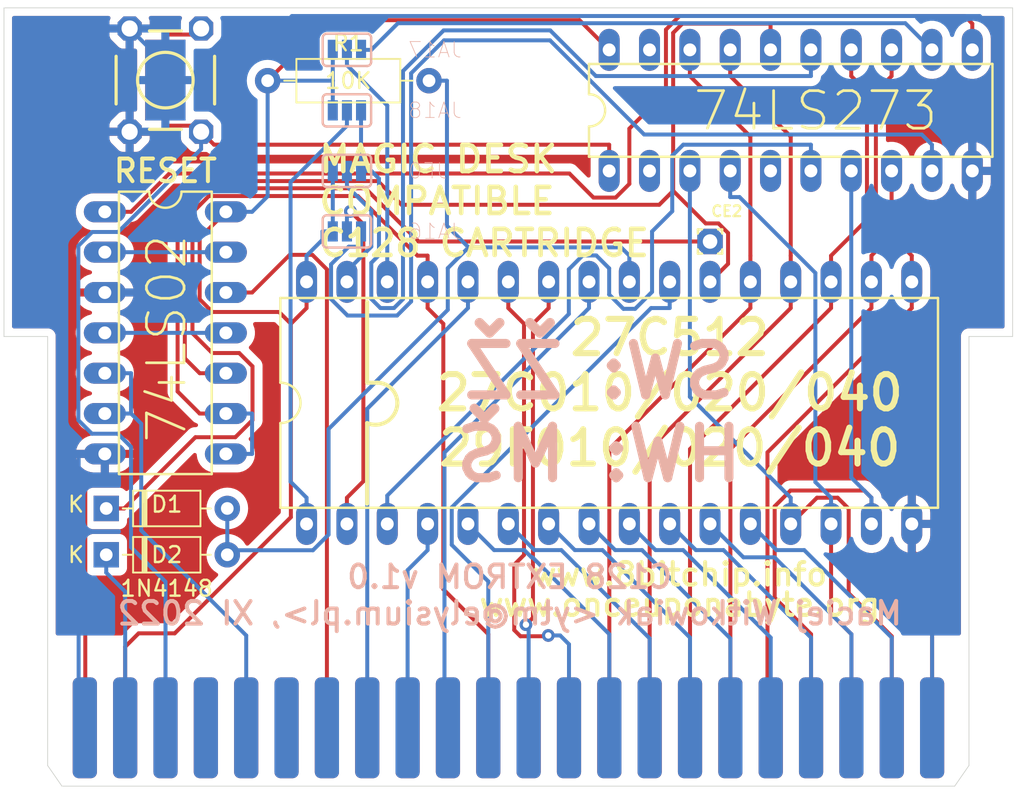
<source format=kicad_pcb>
(kicad_pcb (version 20211014) (generator pcbnew)
  (title_block (date "2022-12-13") (rev "C"))
  (layers (0 "F.Cu" signal) (31 "B.Cu" signal) (34 "B.Paste" user) (35 "F.Paste" user) (36 "B.SilkS" user "B.Silkscreen") (37 "F.SilkS" user "F.Silkscreen") (38 "B.Mask" user) (39 "F.Mask" user) (44 "Edge.Cuts" user))
  (net 0 "")
  (net 1 "/GND")
  (net 2 "/VCC")
  (net 3 "/CE2")
  (net 4 "/ROML")
  (net 5 "/ROMLH")
  (net 6 "/ROMH")
  (net 7 "Net-(IC2-Pad13)")
  (net 8 "/IO1")
  (net 9 "Net-(IC2-Pad11)")
  (net 10 "/CE")
  (net 11 "/PHI2")
  (net 12 "/EN")
  (net 13 "/JWE")
  (net 14 "/J17")
  (net 15 "/A13")
  (net 16 "/A8")
  (net 17 "/A9")
  (net 18 "/A11")
  (net 19 "/A10")
  (net 20 "/D7")
  (net 21 "/D6")
  (net 22 "/D5")
  (net 23 "/D4")
  (net 24 "/D3")
  (net 25 "/D2")
  (net 26 "/D1")
  (net 27 "/D0")
  (net 28 "/A0")
  (net 29 "/A1")
  (net 30 "/A2")
  (net 31 "/A3")
  (net 32 "/A4")
  (net 33 "/A5")
  (net 34 "/A6")
  (net 35 "/A7")
  (net 36 "/A12")
  (net 37 "/S15")
  (net 38 "/J16")
  (net 39 "/J18")
  (net 41 "/S18")
  (net 42 "/S17")
  (net 43 "/S16")
  (net 46 "/RESET")
  (footprint "MDCC_512k:DIL32-6" (layer "F.Cu") (at 154.8511 105.3736)
    (fp_text reference "IC3" hide)
    (fp_text value "29F040" hide)
  )
  (footprint "MDCC_512k:C64_EXPANSION__CARTRIDGE" (layer "F.Cu") (at 116.7511 129.5036)
    (fp_text reference "U$1" hide)
    (fp_text value "C64_EXPANSION__CARTRIDGE" hide)
    (fp_line (start 60.75 -28.31) (end 60.75 -1.3) (layer "Edge.Cuts") (width 0.05))
    (fp_line (start 0 -28.31) (end 2.75 -28.31) (layer "Edge.Cuts") (width 0.05))
    (fp_line (start 63.5 -28.31) (end 60.75 -28.31) (layer "Edge.Cuts") (width 0.05))
    (fp_line (start 63.5 -28.31) (end 63.5 -49) (layer "Edge.Cuts") (width 0.05))
    (fp_line (start 0 -49) (end 63.5 -49) (layer "Edge.Cuts") (width 0.05))
    (fp_line (start 2.75 -1.3) (end 2.75 -28.31) (layer "Edge.Cuts") (width 0.05))
    (fp_line (start 3.65 0) (end 59.85 0) (layer "Edge.Cuts") (width 0.05))
    (fp_line (start 0 -28.31) (end 0 -49) (layer "Edge.Cuts") (width 0.05))
    (fp_line (start 2.75 -1.3) (end 3.65 0) (layer "Edge.Cuts") (width 0.05))
    (fp_line (start 60.75 -1.3) (end 59.85 0) (layer "Edge.Cuts") (width 0.05))
  )
  (footprint "Diode_THT:D_DO-35_SOD27_P7.62mm_Horizontal" (layer "F.Cu") (at 123.19 114.935)
    (fp_text reference "D2")
    (fp_text value "1N4148")
  )
  (footprint "Diode_THT:D_DO-35_SOD27_P7.62mm_Horizontal" (layer "F.Cu") (at 123.19 112.02)
    (fp_text reference "D1")
    (fp_text value "1N4148")
  )
  (footprint "MDCC_512k:SMD2,54-5,08" (layer "F.Cu") (at 126.9111 85.0536)
    (fp_text reference "PAD1" hide)
    (fp_text value "SMD5")
  )
  (footprint "MDCC_512k:DIL14" (layer "F.Cu") (at 126.9111 100.965 -90)
    (fp_text reference "IC2" hide)
    (fp_text value "74LS02")
  )
  (footprint "Resistor_THT:R_Axial_DIN0207_L6.3mm_D2.5mm_P10.16mm_Horizontal" (layer "F.Cu") (at 133.35 85.09)
    (fp_text reference "R1")
    (fp_text value "10K")
  )
  (footprint "MDCC_512k:1,6_0,9" (layer "F.Cu") (at 161.2011 95.2136)
    (fp_text reference "CE2")
    (fp_text value "1,6/0,9")
  )
  (footprint "MDCC_512k:DIL20" (layer "F.Cu") (at 166.2811 86.9586)
    (fp_text reference "IC4" hide)
    (fp_text value "74LS273")
  )
  (footprint "MDCC_512k:DTS-6" (layer "F.Cu") (at 126.9111 85.0536 -90)
    (fp_text reference "S3" hide)
    (fp_text value "DTS-6" hide)
  )
  (footprint "MDCC_512k:SJ_3" (layer "B.Cu") (at 138.3411 94.5786)
    (fp_text reference "JA16")
    (fp_text value "SOLDERJUMPER_2WAYS")
  )
  (footprint "MDCC_512k:SJ_3" (layer "B.Cu") (at 138.3411 90.7686)
    (fp_text reference "JF0")
    (fp_text value "SOLDERJUMPER_2WAYS")
  )
  (footprint "MDCC_512k:SMD2,54-5,08" (layer "B.Cu") (at 126.9111 85.0536)
    (fp_text reference "PAD2" hide)
    (fp_text value "SMD5")
  )
  (footprint "MDCC_512k:SJ_3" (layer "B.Cu") (at 138.3411 83.1486)
    (fp_text reference "JA17")
    (fp_text value "SOLDERJUMPER_2WAYS")
  )
  (footprint "MDCC_512k:SJ_3" (layer "B.Cu") (at 138.3411 86.9586)
    (fp_text reference "JA18")
    (fp_text value "SOLDERJUMPER_2WAYS")
  )
  (gr_line (start 146.3675 105.7275) (end 147.0025 106.3625) (layer "B.SilkS") (width 0.6096))
  (gr_line (start 150.495 100.965) (end 151.13 100.33) (layer "B.SilkS") (width 0.6096))
  (gr_line (start 147.32 100.965) (end 147.955 100.33) (layer "B.SilkS") (width 0.6096))
  (gr_line (start 147.0025 106.3625) (end 147.6375 105.7275) (layer "B.SilkS") (width 0.6096))
  (gr_line (start 149.86 100.33) (end 150.495 100.965) (layer "B.SilkS") (width 0.6096))
  (gr_line (start 146.685 100.33) (end 147.32 100.965) (layer "B.SilkS") (width 0.6096))
  (gr_arc (start 141.5161 105.3736) (mid 140.903442 106.518363) (end 139.6111 106.643601) (layer "F.SilkS") (width 0.254))
  (gr_arc (start 140.2461 104.1036) (mid 141.144126 104.475574) (end 141.5161 105.3736) (layer "F.SilkS") (width 0.254))
  (gr_line (start 139.6111 99.0236) (end 139.6111 104.1036) (layer "F.SilkS") (width 0.254))
  (gr_line (start 139.6111 104.1036) (end 140.2461 104.1036) (layer "F.SilkS") (width 0.254))
  (gr_line (start 139.6111 111.7236) (end 139.6111 106.6436) (layer "F.SilkS") (width 0.254))
  (gr_text "SW: ZZ\nHW: MS" (at 154.2161 106.0086) (layer "B.SilkS") (effects (font (size 3.2385 3.2385) (thickness 0.5715)) (justify mirror)))
  (gr_text "C128 EXTROM v1.0\nMaciej Witkowiak <ytm@elysium.pl>, XI 2022" (at 148.59 117.475) (layer "B.SilkS") (effects (font (size 1.42494 1.42494) (thickness 0.25146)) (justify mirror)))
  (gr_text "RESET" (at 126.9111 90.7686) (layer "F.SilkS") (effects (font (size 1.42494 1.42494) (thickness 0.25146))))
  (gr_text "MAGIC DESK\nCOMPATIBLE\nC128 CARTRIDGE" (at 136.4361 92.6736) (layer "F.SilkS") (effects (font (size 1.64084 1.64084) (thickness 0.28956)) (justify left)))
  (gr_text "27C512\n27C010/020/040\n29F010/020/040" (at 158.6611 104.7386) (layer "F.SilkS") (effects (font (size 2.159 2.159) (thickness 0.381))))
  (gr_text "www.onceuponabyte.org" (at 159.2961 118.0736) (layer "F.SilkS") (effects (font (size 1.42494 1.42494) (thickness 0.25146))))
  (gr_text "www.8bitchip.info" (at 159.2961 116.1686) (layer "F.SilkS") (effects (font (size 1.42494 1.42494) (thickness 0.25146))))
  (segment (start 123.1514 88.3036) (end 120.65 90.805) (width 0.25) (layer "F.Cu") (net 1))
  (segment (start 121.4518 98.425) (end 120.65 99.2268) (width 0.25) (layer "F.Cu") (net 1))
  (segment (start 120.65 97.6232) (end 121.4518 98.425) (width 0.25) (layer "F.Cu") (net 1))
  (segment (start 120.65 90.805) (end 120.65 97.6232) (width 0.25) (layer "F.Cu") (net 1))
  (segment (start 120.65 108.585) (end 121.8701 108.585) (width 0.25) (layer "F.Cu") (net 1))
  (segment (start 175.1811 115.9229) (end 175.1811 125.8286) (width 0.25) (layer "F.Cu") (net 1))
  (segment (start 123.1011 108.585) (end 121.8701 108.585) (width 0.25) (layer "F.Cu") (net 1))
  (segment (start 173.9011 114.6429) (end 175.1811 115.9229) (width 0.25) (layer "F.Cu") (net 1))
  (segment (start 121.8701 109.855) (end 121.8701 125.7996) (width 0.25) (layer "F.Cu") (net 1))
  (segment (start 121.5652 98.425) (end 121.4518 98.425) (width 0.25) (layer "F.Cu") (net 1))
  (segment (start 123.1011 98.425) (end 121.5652 98.425) (width 0.25) (layer "F.Cu") (net 1))
  (segment (start 124.6611 88.3036) (end 123.1514 88.3036) (width 0.25) (layer "F.Cu") (net 1))
  (segment (start 120.65 99.2268) (end 120.65 108.585) (width 0.25) (layer "F.Cu") (net 1))
  (segment (start 120.65 108.6349) (end 121.8701 109.855) (width 0.25) (layer "F.Cu") (net 1))
  (segment (start 121.8701 125.7996) (end 121.8411 125.8286) (width 0.25) (layer "F.Cu") (net 1))
  (segment (start 173.9011 112.9936) (end 173.9011 114.6429) (width 0.25) (layer "F.Cu") (net 1))
  (segment (start 126.9111 83.8612) (end 126.7187 83.8612) (width 0.25) (layer "B.Cu") (net 1))
  (segment (start 176.7222 86.8028) (end 179.07 84.455) (width 0.25) (layer "B.Cu") (net 1))
  (segment (start 121.4518 125.4393) (end 121.8411 125.8286) (width 0.25) (layer "B.Cu") (net 1))
  (segment (start 126.9111 88.265) (end 124.6997 88.265) (width 0.25) (layer "B.Cu") (net 1))
  (segment (start 175.1811 119.9361) (end 175.1811 125.8286) (width 0.25) (layer "B.Cu") (net 1))
  (segment (start 124.6997 88.265) (end 124.6611 88.3036) (width 0.25) (layer "B.Cu") (net 1))
  (segment (start 134.88192 81.01808) (end 130.81 85.09) (width 0.25) (layer "B.Cu") (net 1))
  (segment (start 173.9011 112.9936) (end 173.9011 118.6561) (width 0.25) (layer "B.Cu") (net 1))
  (segment (start 173.9011 118.6561) (end 175.1811 119.9361) (width 0.25) (layer "B.Cu") (net 1))
  (segment (start 176.7222 88.1304) (end 176.7222 86.8028) (width 0.25) (layer "B.Cu") (net 1))
  (segment (start 178.17308 81.01808) (end 134.88192 81.01808) (width 0.25) (layer "B.Cu") (net 1))
  (segment (start 177.7111 90.7686) (end 177.7111 89.1193) (width 0.25) (layer "B.Cu") (net 1))
  (segment (start 179.07 84.455) (end 179.07 81.915) (width 0.25) (layer "B.Cu") (net 1))
  (segment (start 177.7111 89.1193) (end 176.7222 88.1304) (width 0.25) (layer "B.Cu") (net 1))
  (segment (start 126.9111 85.0536) (end 126.9111 83.8612) (width 0.25) (layer "B.Cu") (net 1))
  (segment (start 121.4518 108.585) (end 121.4518 125.4393) (width 0.25) (layer "B.Cu") (net 1))
  (segment (start 179.07 81.915) (end 178.17308 81.01808) (width 0.25) (layer "B.Cu") (net 1))
  (segment (start 126.7187 83.8612) (end 124.6611 81.8036) (width 0.25) (layer "B.Cu") (net 1))
  (segment (start 177.7111 99.3851) (end 177.7111 90.7686) (width 0.25) (layer "B.Cu") (net 1))
  (segment (start 130.81 85.09) (end 128.1399 85.09) (width 0.25) (layer "B.Cu") (net 1))
  (segment (start 126.9111 85.0536) (end 126.9111 88.265) (width 0.25) (layer "B.Cu") (net 1))
  (segment (start 128.1399 85.09) (end 126.9111 83.8612) (width 0.25) (layer "B.Cu") (net 1))
  (segment (start 123.1011 108.585) (end 121.4518 108.585) (width 0.25) (layer "B.Cu") (net 1))
  (segment (start 173.9011 112.9936) (end 173.9011 103.1951) (width 0.25) (layer "B.Cu") (net 1))
  (segment (start 173.9011 103.1951) (end 177.7111 99.3851) (width 0.25) (layer "B.Cu") (net 1))
  (segment (start 129.0706 94.9955) (end 129.0706 98.8501) (width 0.25) (layer "F.Cu") (net 2))
  (segment (start 124.4797 125.73) (end 124.3811 125.8286) (width 0.25) (layer "F.Cu") (net 2))
  (segment (start 125.2288 119.8812) (end 127.5012 119.8812) (width 0.25) (layer "F.Cu") (net 2))
  (segment (start 154.8511 83.1486) (end 152.9825 81.28) (width 0.25) (layer "F.Cu") (net 2))
  (segment (start 135.8011 99.4029) (end 134.8122 100.3918) (width 0.25) (layer "F.Cu") (net 2))
  (segment (start 129.0706 98.8501) (end 129.8711 99.6506) (width 0.25) (layer "F.Cu") (net 2))
  (segment (start 134.8122 112.5702) (end 127.5012 119.8812) (width 0.25) (layer "F.Cu") (net 2))
  (segment (start 129.8711 99.6506) (end 134.071 99.6506) (width 0.25) (layer "F.Cu") (net 2))
  (segment (start 126.9211 119.9601) (end 126.9211 125.8286) (width 0.25) (layer "F.Cu") (net 2))
  (segment (start 134.8122 100.3918) (end 134.8122 112.5702) (width 0.25) (layer "F.Cu") (net 2))
  (segment (start 127 119.8812) (end 126.9211 119.9601) (width 0.25) (layer "F.Cu") (net 2))
  (segment (start 124.3811 120.7289) (end 125.2288 119.8812) (width 0.25) (layer "F.Cu") (net 2))
  (segment (start 126.9211 125.8286) (end 126.8225 125.73) (width 0.25) (layer "F.Cu") (net 2))
  (segment (start 134.071 99.6506) (end 134.8122 100.3918) (width 0.25) (layer "F.Cu") (net 2))
  (segment (start 124.46 125.7497) (end 124.3811 125.8286) (width 0.25) (layer "F.Cu") (net 2))
  (segment (start 130.7211 93.345) (end 129.0706 94.9955) (width 0.25) (layer "F.Cu") (net 2))
  (segment (start 135.8011 97.7536) (end 135.8011 99.4029) (width 0.25) (layer "F.Cu") (net 2))
  (segment (start 137.16 81.28) (end 133.35 85.09) (width 0.25) (layer "F.Cu") (net 2))
  (segment (start 124.3811 125.8286) (end 124.3811 120.7289) (width 0.25) (layer "F.Cu") (net 2))
  (segment (start 152.9825 81.28) (end 137.16 81.28) (width 0.25) (layer "F.Cu") (net 2))
  (segment (start 137.4521 85.09) (end 133.35 85.09) (width 0.25) (layer "B.Cu") (net 2))
  (segment (start 136.8061 95.0993) (end 136.8061 94.5786) (width 0.25) (layer "B.Cu") (net 2))
  (segment (start 133.35 92.3654) (end 132.3704 93.345) (width 0.25) (layer "B.Cu") (net 2))
  (segment (start 137.4521 91.7321) (end 137.4521 93.6151) (width 0.25) (layer "B.Cu") (net 2))
  (segment (start 137.4521 90.7686) (end 137.4521 91.7321) (width 0.25) (layer "B.Cu") (net 2))
  (segment (start 135.8011 97.7536) (end 135.8011 96.1043) (width 0.25) (layer "B.Cu") (net 2))
  (segment (start 135.8011 96.1043) (end 136.8061 95.0993) (width 0.25) (layer "B.Cu") (net 2))
  (segment (start 137.4521 85.09) (end 137.4521 83.1486) (width 0.25) (layer "B.Cu") (net 2))
  (segment (start 130.7211 93.345) (end 132.3704 93.345) (width 0.25) (layer "B.Cu") (net 2))
  (segment (start 137.4521 94.0968) (end 137.4521 93.6151) (width 0.25) (layer "B.Cu") (net 2))
  (segment (start 137.4521 94.5786) (end 136.8061 94.5786) (width 0.25) (layer "B.Cu") (net 2))
  (segment (start 133.35 85.09) (end 133.35 92.3654) (width 0.25) (layer "B.Cu") (net 2))
  (segment (start 137.4521 94.0968) (end 137.4521 94.5786) (width 0.25) (layer "B.Cu") (net 2))
  (segment (start 137.4521 86.9586) (end 137.4521 85.09) (width 0.25) (layer "B.Cu") (net 2))
  (segment (start 130.7211 103.505) (end 129.0718 103.505) (width 0.25) (layer "F.Cu") (net 3))
  (segment (start 139.5005 91.8631) (end 129.4987 91.8631) (width 0.25) (layer "F.Cu") (net 3))
  (segment (start 161.2011 95.2136) (end 160.071 95.2136) (width 0.25) (layer "F.Cu") (net 3))
  (segment (start 160.071 95.2136) (end 142.851 95.2136) (width 0.25) (layer "F.Cu") (net 3))
  (segment (start 129.4987 91.8631) (end 128.1357 93.2261) (width 0.25) (layer "F.Cu") (net 3))
  (segment (start 128.1357 102.5689) (end 129.0718 103.505) (width 0.25) (layer "F.Cu") (net 3))
  (segment (start 128.1357 93.2261) (end 128.1357 102.5689) (width 0.25) (layer "F.Cu") (net 3))
  (segment (start 142.851 95.2136) (end 139.5005 91.8631) (width 0.25) (layer "F.Cu") (net 3))
  (segment (start 147.2411 119.9361) (end 147.2411 125.8286) (width 0.25) (layer "F.Cu") (net 4))
  (segment (start 128.8034 107.5351) (end 131.317 107.5351) (width 0.25) (layer "F.Cu") (net 4))
  (segment (start 143.4211 97.7536) (end 143.4211 99.4029) (width 0.25) (layer "F.Cu") (net 4))
  (segment (start 128.6171 100.9882) (end 128.6171 93.3862) (width 0.25) (layer "F.Cu") (net 4))
  (segment (start 144.41 117.105) (end 147.2411 119.9361) (width 0.25) (layer "F.Cu") (net 4))
  (segment (start 143.4211 96.9289) (end 143.4211 97.7536) (width 0.25) (layer "F.Cu") (net 4))
  (segment (start 129.8639 102.235) (end 128.6171 100.9882) (width 0.25) (layer "F.Cu") (net 4))
  (segment (start 144.41 100.3918) (end 144.41 117.105) (width 0.25) (layer "F.Cu") (net 4))
  (segment (start 124.3185 112.02) (end 128.8034 107.5351) (width 0.25) (layer "F.Cu") (net 4))
  (segment (start 132.3972 106.4549) (end 132.3972 103.0725) (width 0.25) (layer "F.Cu") (net 4))
  (segment (start 131.317 107.5351) (end 132.3972 106.4549) (width 0.25) (layer "F.Cu") (net 4))
  (segment (start 143.4211 99.4029) (end 144.41 100.3918) (width 0.25) (layer "F.Cu") (net 4))
  (segment (start 139.0265 92.3511) (end 142.7797 96.1043) (width 0.25) (layer "F.Cu") (net 4))
  (segment (start 131.5597 102.235) (end 129.8639 102.235) (width 0.25) (layer "F.Cu") (net 4))
  (segment (start 129.6522 92.3511) (end 139.0265 92.3511) (width 0.25) (layer "F.Cu") (net 4))
  (segment (start 142.7797 96.1043) (end 143.4211 96.1043) (width 0.25) (layer "F.Cu") (net 4))
  (segment (start 123.19 112.02) (end 124.3185 112.02) (width 0.25) (layer "F.Cu") (net 4))
  (segment (start 128.6171 93.3862) (end 129.6522 92.3511) (width 0.25) (layer "F.Cu") (net 4))
  (segment (start 132.3972 103.0725) (end 131.5597 102.235) (width 0.25) (layer "F.Cu") (net 4))
  (segment (start 143.4211 96.9289) (end 143.4211 96.1043) (width 0.25) (layer "F.Cu") (net 4))
  (segment (start 143.51 85.09) (end 144.6385 85.09) (width 0.25) (layer "B.Cu") (net 5))
  (segment (start 144.6911 99.5139) (end 137.187 107.018) (width 0.25) (layer "B.Cu") (net 5))
  (segment (start 130.81 114.6513) (end 130.81 114.935) (width 0.25) (layer "B.Cu") (net 5))
  (segment (start 156.1211 97.7536) (end 156.1211 96.1043) (width 0.25) (layer "B.Cu") (net 5))
  (segment (start 136.2025 114.6513) (end 130.81 114.6513) (width 0.25) (layer "B.Cu") (net 5))
  (segment (start 144.6385 94.2241) (end 145.9987 95.5843) (width 0.25) (layer "B.Cu") (net 5))
  (segment (start 144.6385 85.09) (end 144.6385 94.2241) (width 0.25) (layer "B.Cu") (net 5))
  (segment (start 145.9987 95.5843) (end 144.6911 96.8919) (width 0.25) (layer "B.Cu") (net 5))
  (segment (start 156.1211 96.1043) (end 155.6011 95.5843) (width 0.25) (layer "B.Cu") (net 5))
  (segment (start 130.81 112.02) (end 130.81 114.6513) (width 0.25) (layer "B.Cu") (net 5))
  (segment (start 144.6911 96.8919) (end 144.6911 99.5139) (width 0.25) (layer "B.Cu") (net 5))
  (segment (start 137.187 113.6668) (end 136.2025 114.6513) (width 0.25) (layer "B.Cu") (net 5))
  (segment (start 137.187 107.018) (end 137.187 113.6668) (width 0.25) (layer "B.Cu") (net 5))
  (segment (start 155.6011 95.5843) (end 145.9987 95.5843) (width 0.25) (layer "B.Cu") (net 5))
  (segment (start 124.3811 117.2546) (end 124.3811 125.8286) (width 0.25) (layer "B.Cu") (net 6))
  (segment (start 123.19 116.0635) (end 124.3811 117.2546) (width 0.25) (layer "B.Cu") (net 6))
  (segment (start 123.19 114.935) (end 123.19 116.0635) (width 0.25) (layer "B.Cu") (net 6))
  (segment (start 130.7211 95.885) (end 123.1011 95.885) (width 0.25) (layer "B.Cu") (net 7))
  (segment (start 137.0811 96.9683) (end 137.0811 125.8286) (width 0.25) (layer "F.Cu") (net 8))
  (segment (start 130.7211 98.425) (end 132.3704 98.425) (width 0.25) (layer "F.Cu") (net 8))
  (segment (start 134.7412 96.0542) (end 136.167 96.0542) (width 0.25) (layer "F.Cu") (net 8))
  (segment (start 132.3704 98.425) (end 134.7412 96.0542) (width 0.25) (layer "F.Cu") (net 8))
  (segment (start 136.167 96.0542) (end 137.0811 96.9683) (width 0.25) (layer "F.Cu") (net 8))
  (segment (start 130.7211 100.965) (end 123.1011 100.965) (width 0.25) (layer "B.Cu") (net 9))
  (segment (start 127.6821 93.0203) (end 129.2929 91.4095) (width 0.25) (layer "F.Cu") (net 10))
  (segment (start 162.3364 94.6795) (end 162.3364 96.6183) (width 0.25) (layer "F.Cu") (net 10))
  (segment (start 161.7325 94.0756) (end 162.3364 94.6795) (width 0.25) (layer "F.Cu") (net 10))
  (segment (start 158.879 82.0788) (end 158.879 92.0248) (width 0.25) (layer "F.Cu") (net 10))
  (segment (start 158.0022 92.9016) (end 158.879 92.0248) (width 0.25) (layer "F.Cu") (net 10))
  (segment (start 162.3364 96.6183) (end 161.2011 97.7536) (width 0.25) (layer "F.Cu") (net 10))
  (segment (start 129.0718 106.045) (end 127.6821 104.6553) (width 0.25) (layer "F.Cu") (net 10))
  (segment (start 140.2925 91.4095) (end 141.7846 92.9016) (width 0.25) (layer "F.Cu") (net 10))
  (segment (start 158.879 92.0248) (end 160.9298 94.0756) (width 0.25) (layer "F.Cu") (net 10))
  (segment (start 160.9298 94.0756) (end 161.7325 94.0756) (width 0.25) (layer "F.Cu") (net 10))
  (segment (start 141.7846 92.9016) (end 158.0022 92.9016) (width 0.25) (layer "F.Cu") (net 10))
  (segment (start 130.7211 106.045) (end 129.0718 106.045) (width 0.25) (layer "F.Cu") (net 10))
  (segment (start 165.0111 81.4993) (end 159.4585 81.4993) (width 0.25) (layer "F.Cu") (net 10))
  (segment (start 129.2929 91.4095) (end 140.2925 91.4095) (width 0.25) (layer "F.Cu") (net 10))
  (segment (start 127.6821 104.6553) (end 127.6821 93.0203) (width 0.25) (layer "F.Cu") (net 10))
  (segment (start 159.4585 81.4993) (end 158.879 82.0788) (width 0.25) (layer "F.Cu") (net 10))
  (segment (start 165.0111 83.1486) (end 165.0111 81.4993) (width 0.25) (layer "F.Cu") (net 10))
  (segment (start 130.7211 108.585) (end 132.3704 108.585) (width 0.25) (layer "B.Cu") (net 10))
  (segment (start 130.7211 106.045) (end 132.3704 106.045) (width 0.25) (layer "B.Cu") (net 10))
  (segment (start 132.3704 106.045) (end 132.3704 108.585) (width 0.25) (layer "B.Cu") (net 10))
  (segment (start 125.3918 106.6864) (end 124.7504 106.045) (width 0.25) (layer "B.Cu") (net 11))
  (segment (start 132.0011 120.015) (end 125.3918 113.4057) (width 0.25) (layer "B.Cu") (net 11))
  (segment (start 132.0011 125.8286) (end 132.0011 120.015) (width 0.25) (layer "B.Cu") (net 11))
  (segment (start 125.3918 113.4057) (end 125.3918 106.6864) (width 0.25) (layer "B.Cu") (net 11))
  (segment (start 124.7504 106.045) (end 124.7504 103.505) (width 0.25) (layer "B.Cu") (net 11))
  (segment (start 123.1011 103.505) (end 124.7504 103.505) (width 0.25) (layer "B.Cu") (net 11))
  (segment (start 124.637 106.045) (end 124.7504 106.045) (width 0.25) (layer "B.Cu") (net 11))
  (segment (start 123.1011 106.045) (end 124.637 106.045) (width 0.25) (layer "B.Cu") (net 11))
  (segment (start 159.28 81.019) (end 158.4254 81.8736) (width 0.25) (layer "F.Cu") (net 12))
  (segment (start 177.7111 81.4993) (end 177.2308 81.019) (width 0.25) (layer "F.Cu") (net 12))
  (segment (start 156.1211 88.1086) (end 156.1211 91.5877) (width 0.25) (layer "F.Cu") (net 12))
  (segment (start 158.4254 81.8736) (end 158.4254 85.8043) (width 0.25) (layer "F.Cu") (net 12))
  (segment (start 158.4254 85.8043) (end 156.1211 88.1086) (width 0.25) (layer "F.Cu") (net 12))
  (segment (start 152.3465 90.9324) (end 127.163 90.9324) (width 0.25) (layer "F.Cu") (net 12))
  (segment (start 127.163 90.9324) (end 124.7504 93.345) (width 0.25) (layer "F.Cu") (net 12))
  (segment (start 177.2308 81.019) (end 159.28 81.019) (width 0.25) (layer "F.Cu") (net 12))
  (segment (start 155.2608 92.448) (end 153.8621 92.448) (width 0.25) (layer "F.Cu") (net 12))
  (segment (start 123.1011 93.345) (end 124.7504 93.345) (width 0.25) (layer "F.Cu") (net 12))
  (segment (start 156.1211 91.5877) (end 155.2608 92.448) (width 0.25) (layer "F.Cu") (net 12))
  (segment (start 177.7111 83.1486) (end 177.7111 81.4993) (width 0.25) (layer "F.Cu") (net 12))
  (segment (start 153.8621 92.448) (end 152.3465 90.9324) (width 0.25) (layer "F.Cu") (net 12))
  (segment (start 139.8762 93.2672) (end 139.8762 95.539) (width 0.25) (layer "B.Cu") (net 13))
  (segment (start 138.3411 90.7686) (end 138.3411 91.7321) (width 0.25) (layer "B.Cu") (net 13))
  (segment (start 138.3411 91.7321) (end 139.8762 93.2672) (width 0.25) (layer "B.Cu") (net 13))
  (segment (start 139.8762 95.539) (end 138.3411 97.0741) (width 0.25) (layer "B.Cu") (net 13))
  (segment (start 138.3411 97.0741) (end 138.3411 97.7536) (width 0.25) (layer "B.Cu") (net 13))
  (segment (start 138.3411 83.1486) (end 138.3411 84.1121) (width 0.25) (layer "B.Cu") (net 14))
  (segment (start 138.3411 84.1121) (end 140.8811 86.6521) (width 0.25) (layer "B.Cu") (net 14))
  (segment (start 140.8811 86.6521) (end 140.8811 97.7536) (width 0.25) (layer "B.Cu") (net 14))
  (segment (start 145.9611 97.7536) (end 145.9611 99.4029) (width 0.25) (layer "B.Cu") (net 15))
  (segment (start 139.6211 125.8286) (end 139.6211 105.7429) (width 0.25) (layer "B.Cu") (net 15))
  (segment (start 139.6211 105.7429) (end 145.9611 99.4029) (width 0.25) (layer "B.Cu") (net 15))
  (segment (start 149.265211 120.064611) (end 148.8751 119.6745) (width 0.25) (layer "F.Cu") (net 16))
  (segment (start 149.49 100.3918) (end 148.5011 99.4029) (width 0.25) (layer "F.Cu") (net 16))
  (segment (start 148.5011 99.4029) (end 148.5011 97.7536) (width 0.25) (layer "F.Cu") (net 16))
  (segment (start 148.8751 119.6745) (end 148.8751 115.561) (width 0.25) (layer "F.Cu") (net 16))
  (segment (start 150.969389 120.064611) (end 149.265211 120.064611) (width 0.25) (layer "F.Cu") (net 16))
  (segment (start 148.8751 115.561) (end 149.49 114.9461) (width 0.25) (layer "F.Cu") (net 16))
  (segment (start 149.49 114.9461) (end 149.49 100.3918) (width 0.25) (layer "F.Cu") (net 16))
  (segment (start 151.019 120.015) (end 150.969389 120.064611) (width 0.25) (layer "F.Cu") (net 16))
  (via (at 151.019 120.015) (size 0.8) (drill 0.4) (layers "F.Cu" "B.Cu") (net 16))
  (segment (start 151.765 120.015) (end 152.3211 120.5711) (width 0.25) (layer "B.Cu") (net 16))
  (segment (start 152.3211 120.5711) (end 152.3211 125.8286) (width 0.25) (layer "B.Cu") (net 16))
  (segment (start 151.019 120.015) (end 151.765 120.015) (width 0.25) (layer "B.Cu") (net 16))
  (segment (start 151.0411 97.7536) (end 151.0411 99.4029) (width 0.25) (layer "F.Cu") (net 17))
  (segment (start 149.6115 119.3369) (end 150.0522 118.8962) (width 0.25) (layer "F.Cu") (net 17))
  (segment (start 150.0522 100.3918) (end 151.0411 99.4029) (width 0.25) (layer "F.Cu") (net 17))
  (segment (start 150.0522 118.8962) (end 150.0522 100.3918) (width 0.25) (layer "F.Cu") (net 17))
  (via (at 149.6115 119.3369) (size 0.8) (drill 0.4) (layers "F.Cu" "B.Cu") (net 17))
  (segment (start 149.7811 119.5065) (end 149.6115 119.3369) (width 0.25) (layer "B.Cu") (net 17))
  (segment (start 149.7811 125.8286) (end 149.7811 119.5065) (width 0.25) (layer "B.Cu") (net 17))
  (segment (start 153.5811 97.7536) (end 153.5811 99.4029) (width 0.25) (layer "B.Cu") (net 18))
  (segment (start 144.4828 125.6103) (end 144.4828 108.5012) (width 0.25) (layer "B.Cu") (net 18))
  (segment (start 144.4828 108.5012) (end 153.5811 99.4029) (width 0.25) (layer "B.Cu") (net 18))
  (segment (start 144.7011 125.8286) (end 144.4828 125.6103) (width 0.25) (layer "B.Cu") (net 18))
  (segment (start 144.9415 114.3134) (end 144.9415 111.9534) (width 0.25) (layer "B.Cu") (net 19))
  (segment (start 147.2411 116.613) (end 144.9415 114.3134) (width 0.25) (layer "B.Cu") (net 19))
  (segment (start 147.2411 125.8286) (end 147.2411 116.613) (width 0.25) (layer "B.Cu") (net 19))
  (segment (start 158.6611 97.7536) (end 158.6611 99.4029) (width 0.25) (layer "B.Cu") (net 19))
  (segment (start 157.492 99.4029) (end 158.6611 99.4029) (width 0.25) (layer "B.Cu") (net 19))
  (segment (start 144.9415 111.9534) (end 157.492 99.4029) (width 0.25) (layer "B.Cu") (net 19))
  (segment (start 163.7411 97.3526) (end 163.7411 96.1043) (width 0.25) (layer "F.Cu") (net 20))
  (segment (start 163.7411 88.6079) (end 159.9311 84.7979) (width 0.25) (layer "F.Cu") (net 20))
  (segment (start 154.8611 108.2829) (end 154.8611 125.8286) (width 0.25) (layer "F.Cu") (net 20))
  (segment (start 163.7411 96.1043) (end 163.7411 88.6079) (width 0.25) (layer "F.Cu") (net 20))
  (segment (start 159.9311 83.1486) (end 159.9311 84.7979) (width 0.25) (layer "F.Cu") (net 20))
  (segment (start 163.7411 99.4029) (end 154.8611 108.2829) (width 0.25) (layer "F.Cu") (net 20))
  (segment (start 163.7411 97.7536) (end 163.7411 99.4029) (width 0.25) (layer "F.Cu") (net 20))
  (segment (start 163.7411 97.3526) (end 163.7411 97.7536) (width 0.25) (layer "F.Cu") (net 20))
  (segment (start 166.2811 97.4685) (end 166.2811 97.7536) (width 0.25) (layer "F.Cu") (net 21))
  (segment (start 157.4011 108.2829) (end 157.4011 125.8286) (width 0.25) (layer "F.Cu") (net 21))
  (segment (start 162.4711 83.1486) (end 162.4711 84.7979) (width 0.25) (layer "F.Cu") (net 21))
  (segment (start 166.2811 99.4029) (end 157.4011 108.2829) (width 0.25) (layer "F.Cu") (net 21))
  (segment (start 162.4711 84.7979) (end 166.2811 88.6079) (width 0.25) (layer "F.Cu") (net 21))
  (segment (start 166.2811 97.4685) (end 166.2811 96.1043) (width 0.25) (layer "F.Cu") (net 21))
  (segment (start 166.2811 88.6079) (end 166.2811 96.1043) (width 0.25) (layer "F.Cu") (net 21))
  (segment (start 166.2811 97.7536) (end 166.2811 99.4029) (width 0.25) (layer "F.Cu") (net 21))
  (segment (start 170.0911 83.1486) (end 170.0911 84.7979) (width 0.25) (layer "F.Cu") (net 22))
  (segment (start 171.0801 85.7869) (end 171.0801 93.8453) (width 0.25) (layer "F.Cu") (net 22))
  (segment (start 171.0801 93.8453) (end 168.8211 96.1043) (width 0.25) (layer "F.Cu") (net 22))
  (segment (start 168.8211 97.7536) (end 168.8211 96.1043) (width 0.25) (layer "F.Cu") (net 22))
  (segment (start 159.9411 108.2829) (end 168.8211 99.4029) (width 0.25) (layer "F.Cu") (net 22))
  (segment (start 168.8211 97.7536) (end 168.8211 99.4029) (width 0.25) (layer "F.Cu") (net 22))
  (segment (start 159.9411 125.8286) (end 159.9411 108.2829) (width 0.25) (layer "F.Cu") (net 22))
  (segment (start 170.0911 84.7979) (end 171.0801 85.7869) (width 0.25) (layer "F.Cu") (net 22))
  (segment (start 171.6422 95.8232) (end 171.3611 96.1043) (width 0.25) (layer "F.Cu") (net 23))
  (segment (start 171.3611 97.7536) (end 171.3611 99.4029) (width 0.25) (layer "F.Cu") (net 23))
  (segment (start 172.6311 84.7979) (end 171.6422 85.7868) (width 0.25) (layer "F.Cu") (net 23))
  (segment (start 171.3611 97.7536) (end 171.3611 96.1043) (width 0.25) (layer "F.Cu") (net 23))
  (segment (start 172.6311 83.1486) (end 172.6311 84.7979) (width 0.25) (layer "F.Cu") (net 23))
  (segment (start 162.4811 108.2829) (end 171.3611 99.4029) (width 0.25) (layer "F.Cu") (net 23))
  (segment (start 162.4811 125.8286) (end 162.4811 108.2829) (width 0.25) (layer "F.Cu") (net 23))
  (segment (start 171.6422 85.7868) (end 171.6422 95.8232) (width 0.25) (layer "F.Cu") (net 23))
  (segment (start 172.6311 90.7686) (end 172.6311 94.8343) (width 0.25) (layer "F.Cu") (net 24))
  (segment (start 164.8164 125.6239) (end 165.0211 125.8286) (width 0.25) (layer "F.Cu") (net 24))
  (segment (start 173.9011 99.4029) (end 164.8164 108.4876) (width 0.25) (layer "F.Cu") (net 24))
  (segment (start 164.8164 108.4876) (end 164.8164 125.6239) (width 0.25) (layer "F.Cu") (net 24))
  (segment (start 172.6311 94.8343) (end 173.9011 96.1043) (width 0.25) (layer "F.Cu") (net 24))
  (segment (start 173.9011 97.7536) (end 173.9011 99.4029) (width 0.25) (layer "F.Cu") (net 24))
  (segment (start 173.9011 97.7536) (end 173.9011 96.1043) (width 0.25) (layer "F.Cu") (net 24))
  (segment (start 166.2657 110.8907) (end 165.27 111.8864) (width 0.25) (layer "F.Cu") (net 25))
  (segment (start 171.3611 111.3443) (end 170.9075 110.8907) (width 0.25) (layer "F.Cu") (net 25))
  (segment (start 170.9075 110.8907) (end 166.2657 110.8907) (width 0.25) (layer "F.Cu") (net 25))
  (segment (start 167.5611 119.9361) (end 167.5611 125.8286) (width 0.25) (layer "F.Cu") (net 25))
  (segment (start 165.27 111.8864) (end 165.27 117.645) (width 0.25) (layer "F.Cu") (net 25))
  (segment (start 171.3611 112.9936) (end 171.3611 111.3443) (width 0.25) (layer "F.Cu") (net 25))
  (segment (start 165.27 117.645) (end 167.5611 119.9361) (width 0.25) (layer "F.Cu") (net 25))
  (segment (start 170.0911 90.7686) (end 170.0911 110.0743) (width 0.25) (layer "B.Cu") (net 25))
  (segment (start 171.3611 112.9936) (end 171.3611 111.3443) (width 0.25) (layer "B.Cu") (net 25))
  (segment (start 170.0911 110.0743) (end 171.3611 111.3443) (width 0.25) (layer "B.Cu") (net 25))
  (segment (start 168.8211 112.9936) (end 168.8211 118.6561) (width 0.25) (layer "F.Cu") (net 26))
  (segment (start 168.8211 118.6561) (end 170.1011 119.9361) (width 0.25) (layer "F.Cu") (net 26))
  (segment (start 170.1011 119.9361) (end 170.1011 125.8286) (width 0.25) (layer "F.Cu") (net 26))
  (segment (start 162.4711 92.4179) (end 163.0592 92.4179) (width 0.25) (layer "B.Cu") (net 26))
  (segment (start 168.8211 112.9936) (end 168.8211 111.3443) (width 0.25) (layer "B.Cu") (net 26))
  (segment (start 162.4711 90.7686) (end 162.4711 92.4179) (width 0.25) (layer "B.Cu") (net 26))
  (segment (start 163.0592 92.4179) (end 167.8322 97.1909) (width 0.25) (layer "B.Cu") (net 26))
  (segment (start 167.8322 97.1909) (end 167.8322 110.3554) (width 0.25) (layer "B.Cu") (net 26))
  (segment (start 167.8322 110.3554) (end 168.8211 111.3443) (width 0.25) (layer "B.Cu") (net 26))
  (segment (start 169.9307 117.3563) (end 172.6411 120.0667) (width 0.25) (layer "F.Cu") (net 27))
  (segment (start 169.2362 111.3443) (end 169.9307 112.0388) (width 0.25) (layer "F.Cu") (net 27))
  (segment (start 169.9307 112.0388) (end 169.9307 117.3563) (width 0.25) (layer "F.Cu") (net 27))
  (segment (start 166.2811 112.9936) (end 167.9304 111.3443) (width 0.25) (layer "F.Cu") (net 27))
  (segment (start 172.6411 120.0667) (end 172.6411 125.8286) (width 0.25) (layer "F.Cu") (net 27))
  (segment (start 167.9304 111.3443) (end 169.2362 111.3443) (width 0.25) (layer "F.Cu") (net 27))
  (segment (start 166.2811 112.9936) (end 166.2811 111.3443) (width 0.25) (layer "B.Cu") (net 27))
  (segment (start 159.9311 90.7686) (end 159.9311 104.9943) (width 0.25) (layer "B.Cu") (net 27))
  (segment (start 159.9311 104.9943) (end 166.2811 111.3443) (width 0.25) (layer "B.Cu") (net 27))
  (segment (start 165.38962 114.64212) (end 163.7411 112.9936) (width 0.25) (layer "B.Cu") (net 28))
  (segment (start 172.6411 125.8286) (end 172.6411 120.152) (width 0.25) (layer "B.Cu") (net 28))
  (segment (start 167.13122 114.64212) (end 165.38962 114.64212) (width 0.25) (layer "B.Cu") (net 28))
  (segment (start 172.6411 120.152) (end 167.13122 114.64212) (width 0.25) (layer "B.Cu") (net 28))
  (segment (start 165.25984 115.09484) (end 163.30234 115.09484) (width 0.25) (layer "B.Cu") (net 29))
  (segment (start 170.1011 125.8286) (end 170.1011 119.9361) (width 0.25) (layer "B.Cu") (net 29))
  (segment (start 163.30234 115.09484) (end 161.2011 112.9936) (width 0.25) (layer "B.Cu") (net 29))
  (segment (start 170.1011 119.9361) (end 165.25984 115.09484) (width 0.25) (layer "B.Cu") (net 29))
  (segment (start 160.30962 114.64212) (end 158.6611 112.9936) (width 0.25) (layer "B.Cu") (net 30))
  (segment (start 167.5611 125.8286) (end 167.5611 120.152) (width 0.25) (layer "B.Cu") (net 30))
  (segment (start 167.5611 120.152) (end 162.05122 114.64212) (width 0.25) (layer "B.Cu") (net 30))
  (segment (start 162.05122 114.64212) (end 160.30962 114.64212) (width 0.25) (layer "B.Cu") (net 30))
  (segment (start 157.76962 114.64212) (end 156.1211 112.9936) (width 0.25) (layer "B.Cu") (net 31))
  (segment (start 159.51122 114.64212) (end 157.76962 114.64212) (width 0.25) (layer "B.Cu") (net 31))
  (segment (start 165.0211 120.152) (end 159.51122 114.64212) (width 0.25) (layer "B.Cu") (net 31))
  (segment (start 165.0211 125.8286) (end 165.0211 120.152) (width 0.25) (layer "B.Cu") (net 31))
  (segment (start 156.92042 114.64212) (end 155.22962 114.64212) (width 0.25) (layer "B.Cu") (net 32))
  (segment (start 155.22962 114.64212) (end 153.5811 112.9936) (width 0.25) (layer "B.Cu") (net 32))
  (segment (start 162.4811 120.2028) (end 156.92042 114.64212) (width 0.25) (layer "B.Cu") (net 32))
  (segment (start 162.4811 125.8286) (end 162.4811 120.2028) (width 0.25) (layer "B.Cu") (net 32))
  (segment (start 154.43122 114.64212) (end 152.68962 114.64212) (width 0.25) (layer "B.Cu") (net 33))
  (segment (start 159.9411 120.152) (end 154.43122 114.64212) (width 0.25) (layer "B.Cu") (net 33))
  (segment (start 152.68962 114.64212) (end 151.0411 112.9936) (width 0.25) (layer "B.Cu") (net 33))
  (segment (start 159.9411 125.8286) (end 159.9411 120.152) (width 0.25) (layer "B.Cu") (net 33))
  (segment (start 157.4011 120.2028) (end 151.84042 114.64212) (width 0.25) (layer "B.Cu") (net 34))
  (segment (start 150.14962 114.64212) (end 148.5011 112.9936) (width 0.25) (layer "B.Cu") (net 34))
  (segment (start 157.4011 125.8286) (end 157.4011 120.2028) (width 0.25) (layer "B.Cu") (net 34))
  (segment (start 151.84042 114.64212) (end 150.14962 114.64212) (width 0.25) (layer "B.Cu") (net 34))
  (segment (start 149.962097 115.094839) (end 149.509378 114.64212) (width 0.25) (layer "B.Cu") (net 35))
  (segment (start 154.8611 119.9361) (end 150.01984 115.09484) (width 0.25) (layer "B.Cu") (net 35))
  (segment (start 154.8611 125.8286) (end 154.8611 119.9361) (width 0.25) (layer "B.Cu") (net 35))
  (segment (start 150.01984 115.09484) (end 149.962097 115.094839) (width 0.25) (layer "B.Cu") (net 35))
  (segment (start 147.60962 114.64212) (end 145.9611 112.9936) (width 0.25) (layer "B.Cu") (net 35))
  (segment (start 149.509378 114.64212) (end 147.60962 114.64212) (width 0.25) (layer "B.Cu") (net 35))
  (segment (start 142.1611 125.8286) (end 142.1611 115.9029) (width 0.25) (layer "B.Cu") (net 36))
  (segment (start 143.4211 112.9936) (end 143.4211 114.6429) (width 0.25) (layer "B.Cu") (net 36))
  (segment (start 142.1611 115.9029) (end 143.4211 114.6429) (width 0.25) (layer "B.Cu") (net 36))
  (segment (start 140.8811 111.2071) (end 140.8811 112.9936) (width 0.25) (layer "B.Cu") (net 37))
  (segment (start 158.8216 93.3108) (end 157.5516 94.5808) (width 0.25) (layer "B.Cu") (net 37))
  (segment (start 158.8216 89.8111) (end 158.8216 93.3108) (width 0.25) (layer "B.Cu") (net 37))
  (segment (start 152.3111 99.7771) (end 140.8811 111.2071) (width 0.25) (layer "B.Cu") (net 37))
  (segment (start 159.5134 89.1193) (end 158.8216 89.8111) (width 0.25) (layer "B.Cu") (net 37))
  (segment (start 157.5516 98.3848) (end 156.4839 99.4525) (width 0.25) (layer "B.Cu") (net 37))
  (segment (start 154.8511 96.904) (end 154.0378 96.0907) (width 0.25) (layer "B.Cu") (net 37))
  (segment (start 157.5516 94.5808) (end 157.5516 98.3848) (width 0.25) (layer "B.Cu") (net 37))
  (segment (start 167.5511 89.1193) (end 159.5134 89.1193) (width 0.25) (layer "B.Cu") (net 37))
  (segment (start 153.185 96.0907) (end 152.3111 96.9646) (width 0.25) (layer "B.Cu") (net 37))
  (segment (start 154.8511 98.555) (end 154.8511 96.904) (width 0.25) (layer "B.Cu") (net 37))
  (segment (start 167.5511 90.7686) (end 167.5511 89.1193) (width 0.25) (layer "B.Cu") (net 37))
  (segment (start 156.4839 99.4525) (end 155.7486 99.4525) (width 0.25) (layer "B.Cu") (net 37))
  (segment (start 154.0378 96.0907) (end 153.185 96.0907) (width 0.25) (layer "B.Cu") (net 37))
  (segment (start 155.7486 99.4525) (end 154.8511 98.555) (width 0.25) (layer "B.Cu") (net 37))
  (segment (start 152.3111 96.9646) (end 152.3111 99.7771) (width 0.25) (layer "B.Cu") (net 37))
  (segment (start 139.3767 110.3087) (end 138.3411 111.3443) (width 0.25) (layer "F.Cu") (net 38))
  (segment (start 139.3767 94.1329) (end 139.3767 110.3087) (width 0.25) (layer "F.Cu") (net 38))
  (segment (start 138.3411 112.9936) (end 138.3411 111.3443) (width 0.25) (layer "F.Cu") (net 38))
  (segment (start 138.5587 93.3149) (end 139.3767 94.1329) (width 0.25) (layer "F.Cu") (net 38))
  (via (at 138.5587 93.3149) (size 0.8) (drill 0.4) (layers "F.Cu" "B.Cu") (net 38))
  (segment (start 138.3411 93.6151) (end 138.5587 93.3975) (width 0.25) (layer "B.Cu") (net 38))
  (segment (start 138.3411 94.5786) (end 138.3411 93.6151) (width 0.25) (layer "B.Cu") (net 38))
  (segment (start 138.5587 93.3975) (end 138.5587 93.3149) (width 0.25) (layer "B.Cu") (net 38))
  (segment (start 135.8011 112.9936) (end 135.8011 111.3443) (width 0.25) (layer "B.Cu") (net 39))
  (segment (start 138.3411 86.9586) (end 138.3411 87.9221) (width 0.25) (layer "B.Cu") (net 39))
  (segment (start 134.7934 110.3366) (end 135.8011 111.3443) (width 0.25) (layer "B.Cu") (net 39))
  (segment (start 138.3411 87.9221) (end 134.7934 91.4698) (width 0.25) (layer "B.Cu") (net 39))
  (segment (start 134.7934 91.4698) (end 134.7934 110.3366) (width 0.25) (layer "B.Cu") (net 39))
  (segment (start 140.3585 91.251) (end 140.3585 96.0754) (width 0.25) (layer "B.Cu") (net 41))
  (segment (start 140.4516 99.403) (end 141.3061 99.403) (width 0.25) (layer "B.Cu") (net 41))
  (segment (start 144.43098 81.92352) (end 151.13852 81.92352) (width 0.25) (layer "B.Cu") (net 41))
  (segment (start 141.8707 84.4838) (end 144.43098 81.92352) (width 0.25) (layer "B.Cu") (net 41))
  (segment (start 139.8761 90.7686) (end 140.3585 91.251) (width 0.25) (layer "B.Cu") (net 41))
  (segment (start 139.2301 90.7686) (end 139.8761 90.7686) (width 0.25) (layer "B.Cu") (net 41))
  (segment (start 140.3585 96.0754) (end 139.8759 96.558) (width 0.25) (layer "B.Cu") (net 41))
  (segment (start 139.8759 96.558) (end 139.8759 98.8273) (width 0.25) (layer "B.Cu") (net 41))
  (segment (start 167.5511 84.7979) (end 167.5511 83.1486) (width 0.25) (layer "B.Cu") (net 41))
  (segment (start 151.13852 81.92352) (end 154.0129 84.7979) (width 0.25) (layer "B.Cu") (net 41))
  (segment (start 141.3061 99.403) (end 141.8707 98.8384) (width 0.25) (layer "B.Cu") (net 41))
  (segment (start 139.2301 86.9586) (end 139.2301 90.7686) (width 0.25) (layer "B.Cu") (net 41))
  (segment (start 141.8707 98.8384) (end 141.8707 84.4838) (width 0.25) (layer "B.Cu") (net 41))
  (segment (start 154.0129 84.7979) (end 167.5511 84.7979) (width 0.25) (layer "B.Cu") (net 41))
  (segment (start 139.8759 98.8273) (end 140.4516 99.403) (width 0.25) (layer "B.Cu") (net 41))
  (segment (start 141.5539 81.4708) (end 173.4933 81.4708) (width 0.25) (layer "B.Cu") (net 42))
  (segment (start 139.2301 83.1486) (end 139.8761 83.1486) (width 0.25) (layer "B.Cu") (net 42))
  (segment (start 139.8761 83.1486) (end 141.5539 81.4708) (width 0.25) (layer "B.Cu") (net 42))
  (segment (start 173.4933 81.4708) (end 175.1711 83.1486) (width 0.25) (layer "B.Cu") (net 42))
  (segment (start 142.382289 84.622886) (end 142.382289 98.991111) (width 0.25) (layer "B.Cu") (net 43))
  (segment (start 174.5297 88.4779) (end 157.052658 88.4779) (width 0.25) (layer "B.Cu") (net 43))
  (segment (start 175.1711 90.7686) (end 175.1711 89.1193) (width 0.25) (layer "B.Cu") (net 43))
  (segment (start 175.1711 89.1193) (end 174.5297 88.4779) (width 0.25) (layer "B.Cu") (net 43))
  (segment (start 144.455175 82.55) (end 142.382289 84.622886) (width 0.25) (layer "B.Cu") (net 43))
  (segment (start 157.052658 88.4779) (end 151.124758 82.55) (width 0.25) (layer "B.Cu") (net 43))
  (segment (start 138.3812 99.8759) (end 137.3431 98.8378) (width 0.25) (layer "B.Cu") (net 43))
  (segment (start 151.124758 82.55) (end 144.455175 82.55) (width 0.25) (layer "B.Cu") (net 43))
  (segment (start 138.4533 95.5421) (end 139.2301 95.5421) (width 0.25) (layer "B.Cu") (net 43))
  (segment (start 137.3431 98.8378) (end 137.3431 96.6523) (width 0.25) (layer "B.Cu") (net 43))
  (segment (start 142.382289 98.991111) (end 141.4975 99.8759) (width 0.25) (layer "B.Cu") (net 43))
  (segment (start 137.3431 96.6523) (end 138.4533 95.5421) (width 0.25) (layer "B.Cu") (net 43))
  (segment (start 139.2301 95.5421) (end 139.2301 94.5786) (width 0.25) (layer "B.Cu") (net 43))
  (segment (start 141.4975 99.8759) (end 138.3812 99.8759) (width 0.25) (layer "B.Cu") (net 43))
  (segment (start 129.1611 88.3036) (end 128.7796 87.9221) (width 0.25) (layer "F.Cu") (net 46))
  (segment (start 126.9111 85.0536) (end 126.9111 87.9221) (width 0.25) (layer "F.Cu") (net 46))
  (segment (start 128.7796 82.1851) (end 126.9111 82.1851) (width 0.25) (layer "F.Cu") (net 46))
  (segment (start 154.8511 90.7686) (end 154.8511 89.1193) (width 0.25) (layer "F.Cu") (net 46))
  (segment (start 154.8511 89.1193) (end 129.9768 89.1193) (width 0.25) (layer "F.Cu") (net 46))
  (segment (start 129.1611 81.8036) (end 128.7796 82.1851) (width 0.25) (layer "F.Cu") (net 46))
  (segment (start 126.9111 85.0536) (end 126.9111 82.1851) (width 0.25) (layer "F.Cu") (net 46))
  (segment (start 128.7796 87.9221) (end 126.9111 87.9221) (width 0.25) (layer "F.Cu") (net 46))
  (segment (start 129.9768 89.1193) (end 129.1611 88.3036) (width 0.25) (layer "F.Cu") (net 46))
  (segment (start 124.7504 114.4617) (end 126.9211 116.6324) (width 0.25) (layer "B.Cu") (net 46))
  (segment (start 123.9224 107.315) (end 124.7504 108.143) (width 0.25) (layer "B.Cu") (net 46))
  (segment (start 126.9211 116.6324) (end 126.9211 125.8286) (width 0.25) (layer "B.Cu") (net 46))
  (segment (start 122.2874 107.315) (end 123.9224 107.315) (width 0.25) (layer "B.Cu") (net 46))
  (segment (start 122.3075 94.615) (end 121.4343 95.4882) (width 0.25) (layer "B.Cu") (net 46))
  (segment (start 129.1611 88.3036) (end 129.1611 89.3954) (width 0.25) (layer "B.Cu") (net 46))
  (segment (start 121.4343 95.4882) (end 121.4343 106.4619) (width 0.25) (layer "B.Cu") (net 46))
  (segment (start 123.9415 94.615) (end 122.3075 94.615) (width 0.25) (layer "B.Cu") (net 46))
  (segment (start 129.1611 89.3954) (end 123.9415 94.615) (width 0.25) (layer "B.Cu") (net 46))
  (segment (start 124.7504 108.143) (end 124.7504 114.4617) (width 0.25) (layer "B.Cu") (net 46))
  (segment (start 121.4343 106.4619) (end 122.2874 107.315) (width 0.25) (layer "B.Cu") (net 46))
  (zone (net 1) (net_name "/GND") (layers F&B.Cu) (connect_pads (clearance 0.508)) (min_thickness 0.254) (fill yes (thermal_gap 0.508) (thermal_bridge_width 0.508))
    (polygon (pts (xy 180.975 120.015) (xy 116.7511 120.015) (xy 116.84 80.01) (xy 180.34 80.01)))
  )
)
</source>
